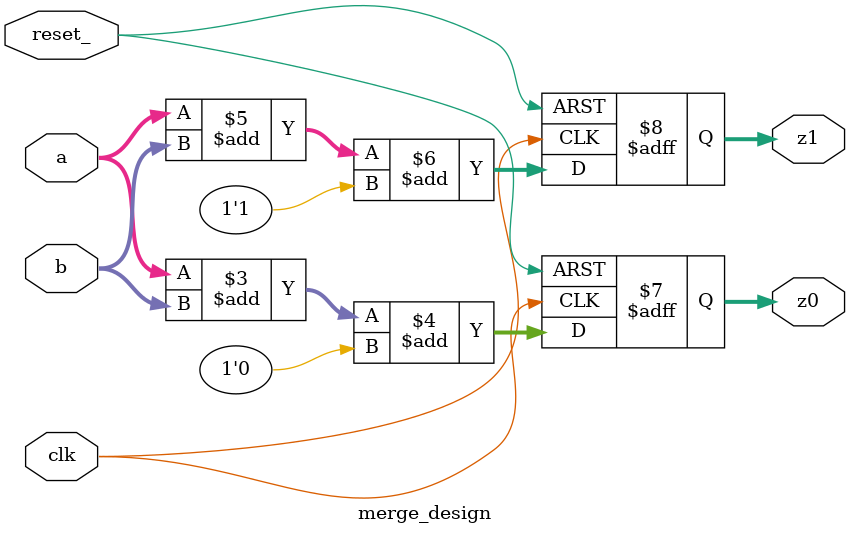
<source format=v>

module merge_design(clk, reset_, a, b, z0, z1);

    input clk;
    input reset_;

    input           [7:0] a;
    input           [7:0] b;
    output reg      [7:0] z0;
    output reg      [7:0] z1;

    always @(posedge clk, negedge reset_)
        if (!reset_) begin
            z0 <= 8'd0;
            z1 <= 8'd0;
        end
        else begin
            z0 <= a + b + 1'b0;
            z1 <= a + b + 1'b1;
        end

endmodule


</source>
